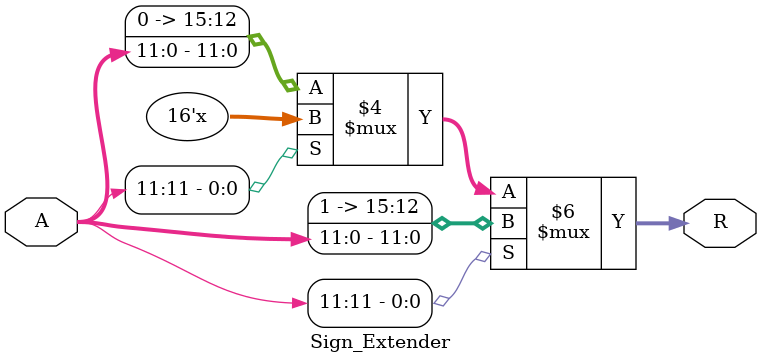
<source format=v>
`timescale 1ns / 1ps
module Sign_Extender(
    input [11:0] A,
    output reg [15:0] R
    );
	 // copy the 12th digit
	 always@* begin
	 if (A[11] == 1'b0) 
		R <= {4'b0000, A}; 
	 if (A[11] == 1'b1)
		R <= {4'b1111, A};
	end 
endmodule

</source>
